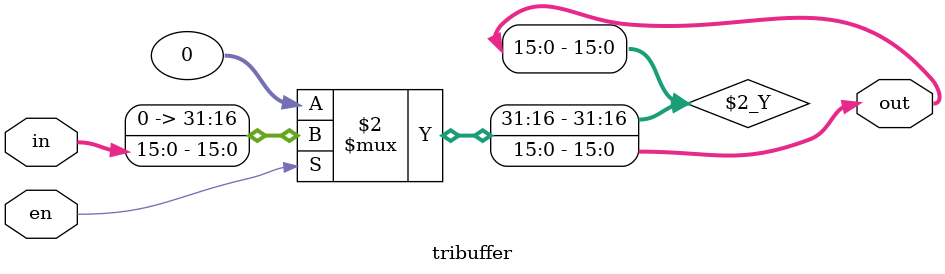
<source format=v>
module tribuffer_1bit(in, en, out);
    input in, en;
    output out;

    assign out = en ? in : 1'b0;

endmodule

module tribuffer
    #(parameter WIDTH=16)
    (in, en, out);
    input [WIDTH-1:0] in;
    input en;
    output [WIDTH-1:0] out;

    assign out = en ? in : 'b0;

endmodule
</source>
